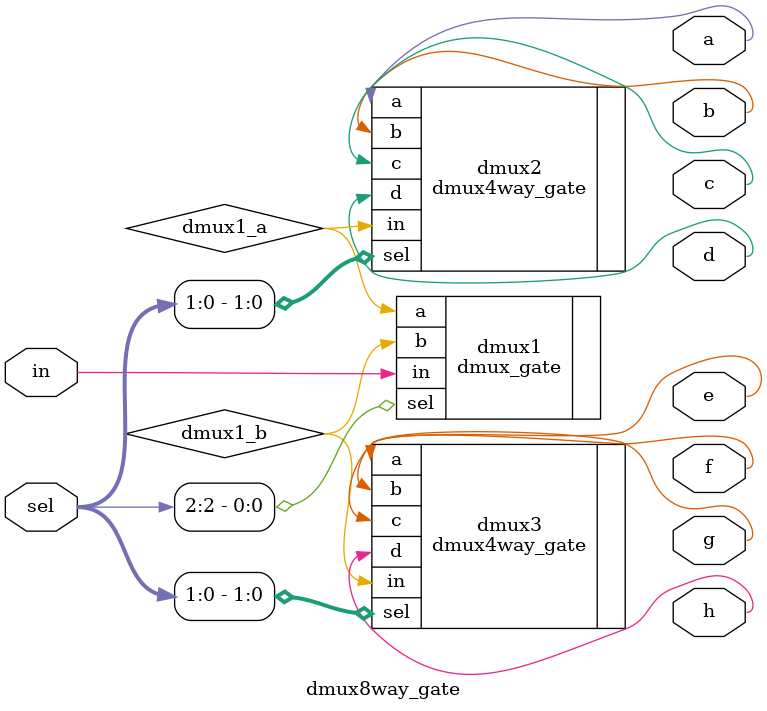
<source format=v>
module dmux8way_gate(
    input in,
    input [2:0] sel,
    output a,
    output b,
    output c,
    output d,
    output e,
    output f,
    output g,
    output h
);
    wire dmux1_a, dmux1_b;
    
    dmux_gate dmux1(.in(in), .sel(sel[2]), .a(dmux1_a), .b(dmux1_b));
    dmux4way_gate dmux2(.in(dmux1_a), .sel(sel[1:0]), .a(a), .b(b), .c(c), .d(d));
    dmux4way_gate dmux3(.in(dmux1_b), .sel(sel[1:0]), .a(e), .b(f), .c(g), .d(h));
endmodule
</source>
